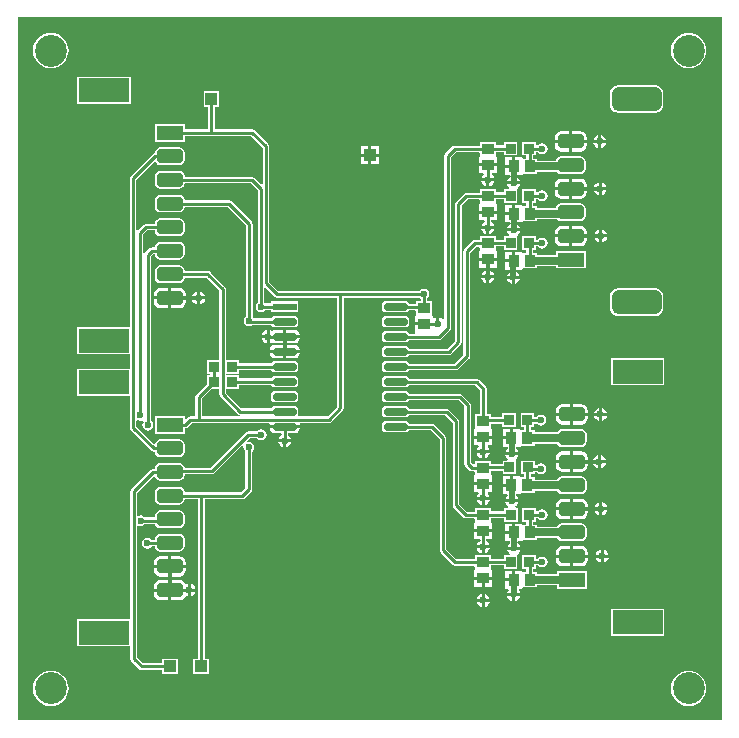
<source format=gtl>
G04*
G04 #@! TF.GenerationSoftware,Altium Limited,Altium Designer,18.1.6 (161)*
G04*
G04 Layer_Physical_Order=1*
G04 Layer_Color=255*
%FSLAX25Y25*%
%MOIN*%
G70*
G01*
G75*
%ADD10C,0.01000*%
G04:AMPARAMS|DCode=14|XSize=23.62mil|YSize=78.74mil|CornerRadius=5.91mil|HoleSize=0mil|Usage=FLASHONLY|Rotation=270.000|XOffset=0mil|YOffset=0mil|HoleType=Round|Shape=RoundedRectangle|*
%AMROUNDEDRECTD14*
21,1,0.02362,0.06693,0,0,270.0*
21,1,0.01181,0.07874,0,0,270.0*
1,1,0.01181,-0.03347,-0.00591*
1,1,0.01181,-0.03347,0.00591*
1,1,0.01181,0.03347,0.00591*
1,1,0.01181,0.03347,-0.00591*
%
%ADD14ROUNDEDRECTD14*%
%ADD15R,0.07874X0.02362*%
%ADD16R,0.03937X0.03543*%
%ADD17R,0.16535X0.07874*%
%ADD18R,0.08661X0.04724*%
G04:AMPARAMS|DCode=19|XSize=47.24mil|YSize=86.61mil|CornerRadius=11.81mil|HoleSize=0mil|Usage=FLASHONLY|Rotation=90.000|XOffset=0mil|YOffset=0mil|HoleType=Round|Shape=RoundedRectangle|*
%AMROUNDEDRECTD19*
21,1,0.04724,0.06299,0,0,90.0*
21,1,0.02362,0.08661,0,0,90.0*
1,1,0.02362,0.03150,0.01181*
1,1,0.02362,0.03150,-0.01181*
1,1,0.02362,-0.03150,-0.01181*
1,1,0.02362,-0.03150,0.01181*
%
%ADD19ROUNDEDRECTD19*%
G04:AMPARAMS|DCode=20|XSize=78.74mil|YSize=165.35mil|CornerRadius=19.68mil|HoleSize=0mil|Usage=FLASHONLY|Rotation=90.000|XOffset=0mil|YOffset=0mil|HoleType=Round|Shape=RoundedRectangle|*
%AMROUNDEDRECTD20*
21,1,0.07874,0.12598,0,0,90.0*
21,1,0.03937,0.16535,0,0,90.0*
1,1,0.03937,0.06299,0.01968*
1,1,0.03937,0.06299,-0.01968*
1,1,0.03937,-0.06299,-0.01968*
1,1,0.03937,-0.06299,0.01968*
%
%ADD20ROUNDEDRECTD20*%
%ADD21R,0.03347X0.03347*%
%ADD22R,0.03543X0.03937*%
%ADD35R,0.03937X0.03937*%
%ADD36C,0.02500*%
%ADD37C,0.02000*%
%ADD38C,0.10630*%
%ADD39C,0.02362*%
G36*
X235493Y1122D02*
X728D01*
Y235493D01*
X235493D01*
Y1122D01*
D02*
G37*
%LPC*%
G36*
X224409Y230353D02*
X223250Y230239D01*
X222135Y229901D01*
X221107Y229351D01*
X220207Y228612D01*
X219467Y227712D01*
X218918Y226684D01*
X218580Y225569D01*
X218466Y224410D01*
X218580Y223250D01*
X218918Y222135D01*
X219467Y221107D01*
X220207Y220207D01*
X221107Y219467D01*
X222135Y218918D01*
X223250Y218580D01*
X224409Y218466D01*
X225569Y218580D01*
X226684Y218918D01*
X227712Y219467D01*
X228612Y220207D01*
X229351Y221107D01*
X229901Y222135D01*
X230239Y223250D01*
X230353Y224410D01*
X230239Y225569D01*
X229901Y226684D01*
X229351Y227712D01*
X228612Y228612D01*
X227712Y229351D01*
X226684Y229901D01*
X225569Y230239D01*
X224409Y230353D01*
D02*
G37*
G36*
X11811D02*
X10651Y230239D01*
X9537Y229901D01*
X8509Y229351D01*
X7608Y228612D01*
X6869Y227712D01*
X6320Y226684D01*
X5982Y225569D01*
X5867Y224410D01*
X5982Y223250D01*
X6320Y222135D01*
X6869Y221107D01*
X7608Y220207D01*
X8509Y219467D01*
X9537Y218918D01*
X10651Y218580D01*
X11811Y218466D01*
X12970Y218580D01*
X14085Y218918D01*
X15113Y219467D01*
X16014Y220207D01*
X16753Y221107D01*
X17302Y222135D01*
X17640Y223250D01*
X17755Y224410D01*
X17640Y225569D01*
X17302Y226684D01*
X16753Y227712D01*
X16014Y228612D01*
X15113Y229351D01*
X14085Y229901D01*
X12970Y230239D01*
X11811Y230353D01*
D02*
G37*
G36*
X38376Y215757D02*
X20640D01*
Y206683D01*
X38376D01*
Y215757D01*
D02*
G37*
G36*
X213386Y212827D02*
X200787D01*
X200117Y212739D01*
X199492Y212480D01*
X198956Y212068D01*
X198544Y211532D01*
X198285Y210907D01*
X198197Y210236D01*
Y206299D01*
X198285Y205629D01*
X198544Y205004D01*
X198956Y204467D01*
X199492Y204056D01*
X200117Y203797D01*
X200787Y203709D01*
X213386D01*
X214056Y203797D01*
X214681Y204056D01*
X215218Y204467D01*
X215629Y205004D01*
X215888Y205629D01*
X215977Y206299D01*
Y210236D01*
X215888Y210907D01*
X215629Y211532D01*
X215218Y212068D01*
X214681Y212480D01*
X214056Y212739D01*
X213386Y212827D01*
D02*
G37*
G36*
X67923Y210836D02*
X62786D01*
Y205699D01*
X64233D01*
Y198169D01*
X56407D01*
Y200009D01*
X46546D01*
Y194085D01*
X56407D01*
Y195926D01*
X65349D01*
X65354Y195925D01*
X65354Y195925D01*
X78533D01*
X82368Y192089D01*
Y180009D01*
X81906Y179818D01*
X79632Y182092D01*
X79268Y182335D01*
X78839Y182421D01*
X78838Y182421D01*
X56442D01*
Y182480D01*
X56304Y183175D01*
X55910Y183764D01*
X55321Y184158D01*
X54626Y184296D01*
X48327D01*
X47632Y184158D01*
X47043Y183764D01*
X46649Y183175D01*
X46511Y182480D01*
Y180118D01*
X46649Y179423D01*
X47043Y178834D01*
X47632Y178440D01*
X48327Y178302D01*
X54626D01*
X55321Y178440D01*
X55910Y178834D01*
X56304Y179423D01*
X56442Y180118D01*
Y180178D01*
X78374D01*
X80768Y177784D01*
Y140369D01*
X80606Y140261D01*
X80212Y139671D01*
X80074Y138976D01*
X80212Y138281D01*
X80606Y137692D01*
X81195Y137299D01*
X81890Y137160D01*
X82585Y137299D01*
X83174Y137692D01*
X83348Y137953D01*
X85227D01*
Y137294D01*
X94301D01*
Y140856D01*
X85227D01*
Y140196D01*
X83217D01*
X83174Y140261D01*
X83011Y140369D01*
Y145163D01*
X83473Y145354D01*
X86412Y142416D01*
X86412Y142416D01*
X86775Y142173D01*
X87205Y142087D01*
X87205Y142087D01*
X107146D01*
Y105583D01*
X104041Y102478D01*
X94471D01*
X94204Y102978D01*
X94232Y103020D01*
X94324Y103484D01*
Y104665D01*
X94232Y105130D01*
X93969Y105524D01*
X93575Y105787D01*
X93110Y105879D01*
X86417D01*
X85953Y105787D01*
X85559Y105524D01*
X85340Y105196D01*
X75327D01*
X70216Y110307D01*
Y111605D01*
X74419D01*
Y112953D01*
X85340D01*
X85559Y112626D01*
X85953Y112363D01*
X86417Y112270D01*
X93110D01*
X93575Y112363D01*
X93969Y112626D01*
X94232Y113020D01*
X94324Y113484D01*
Y114665D01*
X94232Y115130D01*
X93969Y115524D01*
X93575Y115787D01*
X93110Y115879D01*
X86417D01*
X85953Y115787D01*
X85559Y115524D01*
X85340Y115196D01*
X74419D01*
Y116151D01*
X70216D01*
Y116723D01*
X74419D01*
Y117953D01*
X85340D01*
X85559Y117626D01*
X85953Y117363D01*
X86417Y117270D01*
X93110D01*
X93575Y117363D01*
X93969Y117626D01*
X94232Y118020D01*
X94324Y118484D01*
Y119665D01*
X94232Y120130D01*
X93969Y120524D01*
X93575Y120787D01*
X93110Y120879D01*
X86417D01*
X85953Y120787D01*
X85559Y120524D01*
X85340Y120196D01*
X74419D01*
Y121269D01*
X70216D01*
Y144882D01*
X70216Y144882D01*
X70131Y145311D01*
X69888Y145675D01*
X69888Y145675D01*
X65263Y150300D01*
X65065Y150596D01*
X64701Y150839D01*
X64272Y150925D01*
X56442D01*
Y150984D01*
X56304Y151679D01*
X55910Y152268D01*
X55321Y152662D01*
X54626Y152800D01*
X48327D01*
X47632Y152662D01*
X47043Y152268D01*
X46649Y151679D01*
X46511Y150984D01*
Y148622D01*
X46649Y147927D01*
X47043Y147338D01*
X47632Y146944D01*
X48327Y146806D01*
X54626D01*
X55321Y146944D01*
X55910Y147338D01*
X56304Y147927D01*
X56442Y148622D01*
Y148682D01*
X63709D01*
X67973Y144417D01*
Y121269D01*
X63770D01*
Y116723D01*
X64922D01*
Y116151D01*
X63770D01*
Y113191D01*
X60231Y109651D01*
X59987Y109288D01*
X59902Y108858D01*
X59902Y108858D01*
Y102478D01*
X58268D01*
X58268Y102478D01*
X57838Y102392D01*
X57475Y102149D01*
X57475Y102149D01*
X56869Y101543D01*
X56407Y101735D01*
Y102667D01*
X46546D01*
Y96743D01*
X56407D01*
Y98168D01*
X56617Y98583D01*
X57046Y98669D01*
X57410Y98912D01*
X58732Y100234D01*
X60805D01*
X60805Y100234D01*
X60805Y100234D01*
X84515D01*
X84832Y99848D01*
X84796Y99665D01*
Y99575D01*
X89764D01*
X94732D01*
Y99665D01*
X94696Y99848D01*
X95013Y100234D01*
X104505D01*
X104506Y100234D01*
X104935Y100320D01*
X105299Y100563D01*
X109061Y104325D01*
X109061Y104325D01*
X109304Y104689D01*
X109389Y105118D01*
Y142087D01*
X134729D01*
X134838Y141925D01*
X135099Y141750D01*
Y140954D01*
X133652D01*
Y140019D01*
X131262D01*
X131240Y140130D01*
X130976Y140524D01*
X130583Y140787D01*
X130118Y140879D01*
X123425D01*
X122961Y140787D01*
X122567Y140524D01*
X122304Y140130D01*
X122211Y139665D01*
Y138484D01*
X122304Y138020D01*
X122567Y137626D01*
X122961Y137363D01*
X123425Y137270D01*
X130118D01*
X130583Y137363D01*
X130976Y137626D01*
X131077Y137776D01*
X133298D01*
X133652Y137423D01*
X133652Y136281D01*
X133252Y136039D01*
X133252Y135970D01*
X133252Y135970D01*
Y133768D01*
X136221D01*
Y132768D01*
X133252D01*
Y130496D01*
X133252D01*
X133196Y130019D01*
X131262D01*
X131240Y130130D01*
X130976Y130524D01*
X130583Y130787D01*
X130118Y130879D01*
X123425D01*
X122961Y130787D01*
X122567Y130524D01*
X122304Y130130D01*
X122211Y129665D01*
Y128484D01*
X122304Y128020D01*
X122567Y127626D01*
X122961Y127363D01*
X123425Y127270D01*
X130118D01*
X130583Y127363D01*
X130976Y127626D01*
X131077Y127776D01*
X141102D01*
X141102Y127776D01*
X141532Y127861D01*
X141895Y128105D01*
X144887Y131097D01*
X145131Y131461D01*
X145216Y131890D01*
X145216Y131890D01*
Y188906D01*
X146823Y190512D01*
X154558D01*
X154912Y190159D01*
X154912Y189332D01*
X154512Y189091D01*
X154512Y189021D01*
X154512Y189021D01*
Y186819D01*
X160449D01*
Y189021D01*
X160449Y189021D01*
Y189091D01*
X160049Y189332D01*
X160049Y189591D01*
Y190611D01*
X162786D01*
Y189459D01*
X167332D01*
Y194006D01*
X162786D01*
Y192854D01*
X160049D01*
Y194006D01*
X154912D01*
Y192755D01*
X146358D01*
X145929Y192670D01*
X145565Y192427D01*
X145565Y192427D01*
X143301Y190163D01*
X143058Y189799D01*
X142973Y189370D01*
X142973Y189370D01*
Y134911D01*
X142473Y134759D01*
X142419Y134840D01*
X141698Y135322D01*
X141346Y135392D01*
Y133268D01*
X140346D01*
Y135392D01*
X139995Y135322D01*
X139689Y135117D01*
X139189Y135385D01*
Y135970D01*
X139189Y135970D01*
Y136039D01*
X138789Y136281D01*
X138789Y136539D01*
Y140954D01*
X137342D01*
Y141882D01*
X137406Y141925D01*
X137800Y142514D01*
X137938Y143209D01*
X137800Y143904D01*
X137406Y144493D01*
X136817Y144886D01*
X136122Y145025D01*
X135427Y144886D01*
X134838Y144493D01*
X134729Y144330D01*
X108071D01*
X108071Y144330D01*
X108071Y144330D01*
X87669D01*
X84611Y147388D01*
Y192554D01*
X84526Y192983D01*
X84283Y193347D01*
X84283Y193347D01*
X79791Y197839D01*
X79427Y198082D01*
X78998Y198168D01*
X78997Y198168D01*
X66476D01*
Y205699D01*
X67923D01*
Y210836D01*
D02*
G37*
G36*
X188268Y197499D02*
X185618D01*
Y194595D01*
X190491D01*
Y195276D01*
X190322Y196127D01*
X189840Y196848D01*
X189119Y197330D01*
X188268Y197499D01*
D02*
G37*
G36*
X195283Y196219D02*
Y194595D01*
X196908D01*
X196838Y194946D01*
X196356Y195667D01*
X195634Y196149D01*
X195283Y196219D01*
D02*
G37*
G36*
X194283D02*
X193932Y196149D01*
X193211Y195667D01*
X192729Y194946D01*
X192659Y194595D01*
X194283D01*
Y196219D01*
D02*
G37*
G36*
X184618Y197499D02*
X181968D01*
X181117Y197330D01*
X180396Y196848D01*
X179914Y196127D01*
X179745Y195276D01*
Y194595D01*
X184618D01*
Y197499D01*
D02*
G37*
G36*
X196908Y193595D02*
X195283D01*
Y191970D01*
X195634Y192040D01*
X196356Y192522D01*
X196838Y193244D01*
X196908Y193595D01*
D02*
G37*
G36*
X194283D02*
X192659D01*
X192729Y193244D01*
X193211Y192522D01*
X193932Y192040D01*
X194283Y191970D01*
Y193595D01*
D02*
G37*
G36*
X190491D02*
X185618D01*
Y190690D01*
X188268D01*
X189119Y190859D01*
X189840Y191341D01*
X190322Y192062D01*
X190491Y192913D01*
Y193595D01*
D02*
G37*
G36*
X184618D02*
X179745D01*
Y192913D01*
X179914Y192062D01*
X180396Y191341D01*
X181117Y190859D01*
X181968Y190690D01*
X184618D01*
Y193595D01*
D02*
G37*
G36*
X121079Y192559D02*
X118610D01*
Y190091D01*
X121079D01*
Y192559D01*
D02*
G37*
G36*
X117610D02*
X115142D01*
Y190091D01*
X117610D01*
Y192559D01*
D02*
G37*
G36*
X173435Y194006D02*
X168888D01*
Y189459D01*
X170237D01*
Y188749D01*
X169883Y188395D01*
X169056Y188395D01*
X168815Y188795D01*
X168745Y188795D01*
X168745Y188795D01*
X166543D01*
Y185827D01*
X166043D01*
Y185327D01*
X163272D01*
Y182858D01*
X164876D01*
X165028Y182358D01*
X164471Y181986D01*
X163989Y181264D01*
X163919Y180913D01*
X168168D01*
X168098Y181264D01*
X167616Y181986D01*
X167059Y182358D01*
X167210Y182858D01*
X168745D01*
X168745Y182858D01*
X168815D01*
X169056Y183258D01*
X169315Y183258D01*
X173730D01*
Y183940D01*
X180561D01*
X180684Y183755D01*
X181273Y183362D01*
X181968Y183223D01*
X188268D01*
X188963Y183362D01*
X189552Y183755D01*
X189945Y184344D01*
X190084Y185039D01*
Y187402D01*
X189945Y188096D01*
X189552Y188686D01*
X188963Y189079D01*
X188268Y189218D01*
X181968D01*
X181273Y189079D01*
X180684Y188686D01*
X180291Y188096D01*
X180215Y187713D01*
X173730D01*
Y188395D01*
X172480D01*
Y189459D01*
X173435D01*
Y190611D01*
X174198D01*
X174306Y190448D01*
X174896Y190055D01*
X175591Y189916D01*
X176286Y190055D01*
X176875Y190448D01*
X177268Y191037D01*
X177407Y191732D01*
X177268Y192427D01*
X176875Y193016D01*
X176286Y193410D01*
X175591Y193548D01*
X174896Y193410D01*
X174306Y193016D01*
X174198Y192854D01*
X173435D01*
Y194006D01*
D02*
G37*
G36*
X121079Y189091D02*
X118610D01*
Y186622D01*
X121079D01*
Y189091D01*
D02*
G37*
G36*
X117610D02*
X115142D01*
Y186622D01*
X117610D01*
Y189091D01*
D02*
G37*
G36*
X165543Y188795D02*
X163272D01*
Y186327D01*
X165543D01*
Y188795D01*
D02*
G37*
G36*
X54626Y192170D02*
X48327D01*
X47632Y192032D01*
X47043Y191638D01*
X46649Y191049D01*
X46511Y190354D01*
Y190286D01*
X46126Y190209D01*
X45762Y189966D01*
X45762Y189966D01*
X38380Y182584D01*
X38137Y182221D01*
X38052Y181791D01*
X38052Y181791D01*
Y132293D01*
X20640D01*
Y123219D01*
X38052D01*
Y118415D01*
X20640D01*
Y109341D01*
X38052D01*
Y98721D01*
X38052Y98721D01*
X38137Y98291D01*
X38380Y97927D01*
X45270Y91038D01*
X45270Y91038D01*
X45634Y90795D01*
X46063Y90709D01*
X46511D01*
Y90650D01*
X46649Y89955D01*
X47043Y89366D01*
X47632Y88972D01*
X48327Y88834D01*
X54626D01*
X55321Y88972D01*
X55910Y89366D01*
X56304Y89955D01*
X56442Y90650D01*
Y93012D01*
X56304Y93707D01*
X55910Y94296D01*
X55321Y94690D01*
X54626Y94828D01*
X48327D01*
X47632Y94690D01*
X47043Y94296D01*
X46649Y93707D01*
X46621Y93566D01*
X46078Y93401D01*
X40295Y99185D01*
Y101011D01*
X40736Y101247D01*
X40841Y101177D01*
X41535Y101038D01*
X42185Y101168D01*
X42287Y101140D01*
X42688Y100881D01*
X42712Y100644D01*
X42417Y100203D01*
X42279Y99508D01*
X42417Y98813D01*
X42810Y98224D01*
X43400Y97830D01*
X44094Y97692D01*
X44789Y97830D01*
X45379Y98224D01*
X45772Y98813D01*
X45911Y99508D01*
X45772Y100203D01*
X45379Y100792D01*
X45216Y100901D01*
Y155835D01*
X45937Y156556D01*
X46511D01*
Y156496D01*
X46649Y155801D01*
X47043Y155212D01*
X47632Y154818D01*
X48327Y154680D01*
X54626D01*
X55321Y154818D01*
X55910Y155212D01*
X56304Y155801D01*
X56442Y156496D01*
Y158858D01*
X56304Y159553D01*
X55910Y160142D01*
X55321Y160536D01*
X54626Y160674D01*
X48327D01*
X47632Y160536D01*
X47043Y160142D01*
X46649Y159553D01*
X46511Y158858D01*
Y158799D01*
X45472D01*
X45472Y158799D01*
X45043Y158713D01*
X44679Y158470D01*
X44679Y158470D01*
X43301Y157092D01*
X43157Y156876D01*
X42657Y157028D01*
Y163118D01*
X43968Y164430D01*
X46511D01*
Y164370D01*
X46649Y163675D01*
X47043Y163086D01*
X47632Y162692D01*
X48327Y162554D01*
X54626D01*
X55321Y162692D01*
X55910Y163086D01*
X56304Y163675D01*
X56442Y164370D01*
Y166732D01*
X56304Y167427D01*
X55910Y168016D01*
X55321Y168410D01*
X54626Y168548D01*
X48327D01*
X47632Y168410D01*
X47043Y168016D01*
X46649Y167427D01*
X46511Y166732D01*
Y166673D01*
X43504D01*
X43504Y166673D01*
X43075Y166587D01*
X42711Y166344D01*
X42711Y166344D01*
X40795Y164428D01*
X40578Y164460D01*
X40295Y164606D01*
Y181327D01*
X46192Y187224D01*
X46779Y187103D01*
X47043Y186708D01*
X47632Y186314D01*
X48327Y186176D01*
X54626D01*
X55321Y186314D01*
X55910Y186708D01*
X56304Y187297D01*
X56442Y187992D01*
Y190354D01*
X56304Y191049D01*
X55910Y191638D01*
X55321Y192032D01*
X54626Y192170D01*
D02*
G37*
G36*
X160449Y185819D02*
X154512D01*
Y183547D01*
X156019D01*
X156170Y183047D01*
X155908Y182872D01*
X155426Y182150D01*
X155356Y181799D01*
X159605D01*
X159535Y182150D01*
X159053Y182872D01*
X158790Y183047D01*
X158942Y183547D01*
X160449D01*
Y185819D01*
D02*
G37*
G36*
X159605Y180799D02*
X157980D01*
Y179175D01*
X158331Y179245D01*
X159053Y179727D01*
X159535Y180448D01*
X159605Y180799D01*
D02*
G37*
G36*
X156980D02*
X155356D01*
X155426Y180448D01*
X155908Y179727D01*
X156629Y179245D01*
X156980Y179175D01*
Y180799D01*
D02*
G37*
G36*
X188268Y181751D02*
X185618D01*
Y178847D01*
X190491D01*
Y179528D01*
X190322Y180379D01*
X189840Y181100D01*
X189119Y181582D01*
X188268Y181751D01*
D02*
G37*
G36*
X184618D02*
X181968D01*
X181117Y181582D01*
X180396Y181100D01*
X179914Y180379D01*
X179745Y179528D01*
Y178847D01*
X184618D01*
Y181751D01*
D02*
G37*
G36*
X195382Y180471D02*
Y178847D01*
X197006D01*
X196936Y179198D01*
X196454Y179919D01*
X195733Y180401D01*
X195382Y180471D01*
D02*
G37*
G36*
X194382D02*
X194031Y180401D01*
X193309Y179919D01*
X192827Y179198D01*
X192757Y178847D01*
X194382D01*
Y180471D01*
D02*
G37*
G36*
X168168Y179913D02*
X163919D01*
X163989Y179562D01*
X164471Y178841D01*
X164596Y178758D01*
X164444Y178258D01*
X162786D01*
Y177106D01*
X160049D01*
Y178258D01*
X154912D01*
Y177007D01*
X150295D01*
X149866Y176922D01*
X149502Y176679D01*
X149502Y176679D01*
X146845Y174021D01*
X146602Y173658D01*
X146516Y173228D01*
X146516Y173228D01*
Y127630D01*
X143905Y125019D01*
X131262D01*
X131240Y125130D01*
X130976Y125524D01*
X130583Y125787D01*
X130118Y125879D01*
X123425D01*
X122961Y125787D01*
X122567Y125524D01*
X122304Y125130D01*
X122211Y124665D01*
Y123484D01*
X122304Y123020D01*
X122567Y122626D01*
X122961Y122363D01*
X123425Y122270D01*
X130118D01*
X130583Y122363D01*
X130976Y122626D01*
X131077Y122776D01*
X144370D01*
X144370Y122776D01*
X144799Y122862D01*
X145163Y123105D01*
X148431Y126372D01*
X148674Y126736D01*
X148759Y127165D01*
X148759Y127165D01*
Y172764D01*
X150760Y174764D01*
X154558D01*
X154912Y174411D01*
X154912Y173584D01*
X154512Y173343D01*
X154512Y173273D01*
X154512Y173273D01*
Y171071D01*
X160449D01*
Y173273D01*
X160449Y173273D01*
Y173343D01*
X160049Y173584D01*
X160049Y173843D01*
Y174863D01*
X162786D01*
Y173711D01*
X167332D01*
Y178258D01*
X167332Y178258D01*
X167332D01*
X167449Y178730D01*
X167616Y178841D01*
X168098Y179562D01*
X168168Y179913D01*
D02*
G37*
G36*
X197006Y177847D02*
X195382D01*
Y176222D01*
X195733Y176292D01*
X196454Y176774D01*
X196936Y177496D01*
X197006Y177847D01*
D02*
G37*
G36*
X194382D02*
X192757D01*
X192827Y177496D01*
X193309Y176774D01*
X194031Y176292D01*
X194382Y176222D01*
Y177847D01*
D02*
G37*
G36*
X190491Y177847D02*
X185618D01*
Y174942D01*
X188268D01*
X189119Y175111D01*
X189840Y175593D01*
X190322Y176314D01*
X190491Y177165D01*
Y177847D01*
D02*
G37*
G36*
X184618D02*
X179745D01*
Y177165D01*
X179914Y176314D01*
X180396Y175593D01*
X181117Y175111D01*
X181968Y174942D01*
X184618D01*
Y177847D01*
D02*
G37*
G36*
X173435Y178258D02*
X168888D01*
Y173711D01*
X170237D01*
Y173001D01*
X169883Y172647D01*
X169056Y172647D01*
X168815Y173047D01*
X168745Y173047D01*
X168745Y173047D01*
X166543D01*
Y170079D01*
X166043D01*
Y169579D01*
X163272D01*
Y167110D01*
X164876D01*
X165028Y166610D01*
X164471Y166238D01*
X163989Y165516D01*
X163919Y165165D01*
X168168D01*
X168098Y165516D01*
X167616Y166238D01*
X167059Y166610D01*
X167210Y167110D01*
X168745D01*
X168745Y167110D01*
X168815D01*
X169056Y167510D01*
X169315Y167510D01*
X173730D01*
Y168193D01*
X180561D01*
X180684Y168007D01*
X181273Y167614D01*
X181968Y167475D01*
X188268D01*
X188963Y167614D01*
X189552Y168007D01*
X189945Y168596D01*
X190084Y169291D01*
Y171653D01*
X189945Y172348D01*
X189552Y172938D01*
X188963Y173331D01*
X188268Y173469D01*
X181968D01*
X181273Y173331D01*
X180684Y172938D01*
X180291Y172348D01*
X180215Y171965D01*
X173730D01*
Y172647D01*
X172480D01*
Y173711D01*
X173435D01*
Y174863D01*
X174198D01*
X174306Y174700D01*
X174896Y174306D01*
X175591Y174168D01*
X176286Y174306D01*
X176875Y174700D01*
X177268Y175289D01*
X177407Y175984D01*
X177268Y176679D01*
X176875Y177268D01*
X176286Y177662D01*
X175591Y177800D01*
X174896Y177662D01*
X174306Y177268D01*
X174198Y177106D01*
X173435D01*
Y178258D01*
D02*
G37*
G36*
X165543Y173047D02*
X163272D01*
Y170579D01*
X165543D01*
Y173047D01*
D02*
G37*
G36*
X160449Y170071D02*
X154512D01*
Y167799D01*
X156314D01*
X156465Y167299D01*
X155908Y166927D01*
X155426Y166205D01*
X155356Y165854D01*
X159605D01*
X159535Y166205D01*
X159053Y166927D01*
X158495Y167299D01*
X158647Y167799D01*
X160449D01*
Y170071D01*
D02*
G37*
G36*
X159605Y164854D02*
X157980D01*
Y163230D01*
X158331Y163300D01*
X159053Y163782D01*
X159535Y164503D01*
X159605Y164854D01*
D02*
G37*
G36*
X156980D02*
X155356D01*
X155426Y164503D01*
X155908Y163782D01*
X156629Y163300D01*
X156980Y163230D01*
Y164854D01*
D02*
G37*
G36*
X188268Y166003D02*
X185618D01*
Y163098D01*
X190491D01*
Y163779D01*
X190322Y164631D01*
X189840Y165352D01*
X189119Y165834D01*
X188268Y166003D01*
D02*
G37*
G36*
X195579Y164723D02*
Y163098D01*
X197203D01*
X197133Y163450D01*
X196651Y164171D01*
X195930Y164653D01*
X195579Y164723D01*
D02*
G37*
G36*
X194579D02*
X194228Y164653D01*
X193506Y164171D01*
X193024Y163450D01*
X192954Y163098D01*
X194579D01*
Y164723D01*
D02*
G37*
G36*
X184618Y166003D02*
X181968D01*
X181117Y165834D01*
X180396Y165352D01*
X179914Y164631D01*
X179745Y163779D01*
Y163098D01*
X184618D01*
Y166003D01*
D02*
G37*
G36*
X168168Y164165D02*
X163919D01*
X163989Y163814D01*
X164471Y163093D01*
X164596Y163010D01*
X164444Y162510D01*
X162786D01*
Y161358D01*
X160049D01*
Y162510D01*
X154912D01*
Y161259D01*
X153051D01*
X152622Y161174D01*
X152258Y160931D01*
X152258Y160931D01*
X149601Y158273D01*
X149357Y157910D01*
X149272Y157480D01*
X149272Y157480D01*
Y122906D01*
X146386Y120019D01*
X131262D01*
X131240Y120130D01*
X130976Y120524D01*
X130583Y120787D01*
X130118Y120879D01*
X123425D01*
X122961Y120787D01*
X122567Y120524D01*
X122304Y120130D01*
X122211Y119665D01*
Y118484D01*
X122304Y118020D01*
X122567Y117626D01*
X122961Y117363D01*
X123425Y117270D01*
X130118D01*
X130583Y117363D01*
X130976Y117626D01*
X131077Y117776D01*
X146850D01*
X146850Y117776D01*
X147280Y117861D01*
X147643Y118105D01*
X151187Y121648D01*
X151187Y121648D01*
X151430Y122012D01*
X151515Y122441D01*
X151515Y122441D01*
Y157016D01*
X153516Y159016D01*
X154558D01*
X154912Y158663D01*
X154912Y157836D01*
X154512Y157595D01*
X154512Y157525D01*
X154512Y157525D01*
Y155323D01*
X160449D01*
Y157525D01*
X160449Y157525D01*
Y157595D01*
X160049Y157836D01*
X160049Y158095D01*
Y159115D01*
X162786D01*
Y157963D01*
X167332D01*
Y162509D01*
X167332Y162509D01*
X167332D01*
X167449Y162982D01*
X167616Y163093D01*
X168098Y163814D01*
X168168Y164165D01*
D02*
G37*
G36*
X197203Y162098D02*
X195579D01*
Y160474D01*
X195930Y160544D01*
X196651Y161026D01*
X197133Y161747D01*
X197203Y162098D01*
D02*
G37*
G36*
X194579D02*
X192954D01*
X193024Y161747D01*
X193506Y161026D01*
X194228Y160544D01*
X194579Y160474D01*
Y162098D01*
D02*
G37*
G36*
X190491D02*
X185618D01*
Y159194D01*
X188268D01*
X189119Y159363D01*
X189840Y159845D01*
X190322Y160566D01*
X190491Y161417D01*
Y162098D01*
D02*
G37*
G36*
X184618D02*
X179745D01*
Y161417D01*
X179914Y160566D01*
X180396Y159845D01*
X181117Y159363D01*
X181968Y159194D01*
X184618D01*
Y162098D01*
D02*
G37*
G36*
X173435Y162510D02*
X168888D01*
Y157963D01*
X170237D01*
Y157253D01*
X169883Y156899D01*
X169056Y156899D01*
X168815Y157299D01*
X168745Y157299D01*
X168745Y157299D01*
X166543D01*
Y154331D01*
X166043D01*
Y153831D01*
X163272D01*
Y151362D01*
X164994D01*
X165087Y150908D01*
X165077Y150862D01*
X164372Y150391D01*
X163890Y149670D01*
X163821Y149319D01*
X168069D01*
X167999Y149670D01*
X167517Y150391D01*
X166813Y150862D01*
X166803Y150908D01*
X166896Y151362D01*
X168745D01*
X168745Y151362D01*
X168815D01*
X169056Y151762D01*
X169315Y151762D01*
X173730D01*
Y152445D01*
X180187D01*
Y151762D01*
X190049D01*
Y157687D01*
X180187D01*
Y156217D01*
X173730D01*
Y156899D01*
X172480D01*
Y157963D01*
X173435D01*
Y159115D01*
X174198D01*
X174306Y158952D01*
X174896Y158558D01*
X175591Y158420D01*
X176286Y158558D01*
X176875Y158952D01*
X177268Y159541D01*
X177407Y160236D01*
X177268Y160931D01*
X176875Y161520D01*
X176286Y161914D01*
X175591Y162052D01*
X174896Y161914D01*
X174306Y161520D01*
X174198Y161358D01*
X173435D01*
Y162510D01*
D02*
G37*
G36*
X165543Y157299D02*
X163272D01*
Y154831D01*
X165543D01*
Y157299D01*
D02*
G37*
G36*
X160449Y154323D02*
X157980D01*
Y152051D01*
X160449D01*
Y154323D01*
D02*
G37*
G36*
X156980D02*
X154512D01*
Y152051D01*
X156980D01*
Y154323D01*
D02*
G37*
G36*
X157980Y151140D02*
Y149516D01*
X159605D01*
X159535Y149867D01*
X159053Y150588D01*
X158331Y151070D01*
X157980Y151140D01*
D02*
G37*
G36*
X156980D02*
X156629Y151070D01*
X155908Y150588D01*
X155426Y149867D01*
X155356Y149516D01*
X156980D01*
Y151140D01*
D02*
G37*
G36*
X159605Y148516D02*
X157980D01*
Y146891D01*
X158331Y146961D01*
X159053Y147443D01*
X159535Y148165D01*
X159605Y148516D01*
D02*
G37*
G36*
X156980D02*
X155356D01*
X155426Y148165D01*
X155908Y147443D01*
X156629Y146961D01*
X156980Y146891D01*
Y148516D01*
D02*
G37*
G36*
X168069Y148319D02*
X166445D01*
Y146695D01*
X166796Y146764D01*
X167517Y147246D01*
X167999Y147968D01*
X168069Y148319D01*
D02*
G37*
G36*
X165445D02*
X163821D01*
X163890Y147968D01*
X164372Y147246D01*
X165094Y146764D01*
X165445Y146695D01*
Y148319D01*
D02*
G37*
G36*
X54626Y145334D02*
X51976D01*
Y142429D01*
X56850D01*
Y143110D01*
X56681Y143961D01*
X56199Y144683D01*
X55477Y145165D01*
X54626Y145334D01*
D02*
G37*
G36*
X61524Y144053D02*
Y142429D01*
X63148D01*
X63078Y142780D01*
X62596Y143502D01*
X61875Y143984D01*
X61524Y144053D01*
D02*
G37*
G36*
X60524D02*
X60173Y143984D01*
X59451Y143502D01*
X58969Y142780D01*
X58899Y142429D01*
X60524D01*
Y144053D01*
D02*
G37*
G36*
X50976Y145334D02*
X48327D01*
X47476Y145165D01*
X46754Y144683D01*
X46272Y143961D01*
X46103Y143110D01*
Y142429D01*
X50976D01*
Y145334D01*
D02*
G37*
G36*
X63148Y141429D02*
X61524D01*
Y139805D01*
X61875Y139875D01*
X62596Y140357D01*
X63078Y141078D01*
X63148Y141429D01*
D02*
G37*
G36*
X60524D02*
X58899D01*
X58969Y141078D01*
X59451Y140357D01*
X60173Y139875D01*
X60524Y139805D01*
Y141429D01*
D02*
G37*
G36*
X56850D02*
X51976D01*
Y138524D01*
X54626D01*
X55477Y138693D01*
X56199Y139175D01*
X56681Y139897D01*
X56850Y140748D01*
Y141429D01*
D02*
G37*
G36*
X50976D02*
X46103D01*
Y140748D01*
X46272Y139897D01*
X46754Y139175D01*
X47476Y138693D01*
X48327Y138524D01*
X50976D01*
Y141429D01*
D02*
G37*
G36*
X213386Y145110D02*
X200787D01*
X200117Y145022D01*
X199492Y144763D01*
X198956Y144352D01*
X198544Y143815D01*
X198285Y143190D01*
X198197Y142520D01*
Y138583D01*
X198285Y137912D01*
X198544Y137287D01*
X198956Y136751D01*
X199492Y136339D01*
X200117Y136080D01*
X200787Y135992D01*
X213386D01*
X214056Y136080D01*
X214681Y136339D01*
X215218Y136751D01*
X215629Y137287D01*
X215888Y137912D01*
X215977Y138583D01*
Y142520D01*
X215888Y143190D01*
X215629Y143815D01*
X215218Y144352D01*
X214681Y144763D01*
X214056Y145022D01*
X213386Y145110D01*
D02*
G37*
G36*
X130118Y135879D02*
X123425D01*
X122961Y135787D01*
X122567Y135524D01*
X122304Y135130D01*
X122211Y134665D01*
Y133484D01*
X122304Y133020D01*
X122567Y132626D01*
X122961Y132363D01*
X123425Y132270D01*
X130118D01*
X130583Y132363D01*
X130976Y132626D01*
X131240Y133020D01*
X131332Y133484D01*
Y134665D01*
X131240Y135130D01*
X130976Y135524D01*
X130583Y135787D01*
X130118Y135879D01*
D02*
G37*
G36*
X54626Y176422D02*
X48327D01*
X47632Y176284D01*
X47043Y175890D01*
X46649Y175301D01*
X46511Y174606D01*
Y172244D01*
X46649Y171549D01*
X47043Y170960D01*
X47632Y170566D01*
X48327Y170428D01*
X54626D01*
X55321Y170566D01*
X55910Y170960D01*
X56304Y171549D01*
X56442Y172244D01*
Y172304D01*
X70697D01*
X76831Y166169D01*
Y135645D01*
X76669Y135536D01*
X76275Y134947D01*
X76137Y134252D01*
X76275Y133557D01*
X76669Y132968D01*
X77258Y132574D01*
X77953Y132436D01*
X78648Y132574D01*
X79215Y132953D01*
X85340D01*
X85559Y132626D01*
X85953Y132363D01*
X86417Y132270D01*
X93110D01*
X93575Y132363D01*
X93969Y132626D01*
X94232Y133020D01*
X94324Y133484D01*
Y134665D01*
X94232Y135130D01*
X93969Y135524D01*
X93575Y135787D01*
X93110Y135879D01*
X86417D01*
X85953Y135787D01*
X85559Y135524D01*
X85340Y135196D01*
X79464D01*
X79237Y135536D01*
X79074Y135645D01*
Y166634D01*
X79074Y166634D01*
X78989Y167063D01*
X78746Y167427D01*
X78746Y167427D01*
X71955Y174218D01*
X71591Y174461D01*
X71161Y174547D01*
X71161Y174547D01*
X56442D01*
Y174606D01*
X56304Y175301D01*
X55910Y175890D01*
X55321Y176284D01*
X54626Y176422D01*
D02*
G37*
G36*
X89264Y131287D02*
X86417D01*
X85797Y131164D01*
X85395Y130895D01*
X85044Y131129D01*
X84693Y131199D01*
Y129075D01*
Y126950D01*
X85044Y127020D01*
X85395Y127255D01*
X85797Y126986D01*
X86417Y126863D01*
X89264D01*
Y129075D01*
Y131287D01*
D02*
G37*
G36*
X93110D02*
X90264D01*
Y129575D01*
X94732D01*
Y129665D01*
X94608Y130286D01*
X94257Y130812D01*
X93731Y131164D01*
X93110Y131287D01*
D02*
G37*
G36*
X83693Y131199D02*
X83342Y131129D01*
X82620Y130647D01*
X82138Y129926D01*
X82069Y129575D01*
X83693D01*
Y131199D01*
D02*
G37*
G36*
Y128575D02*
X82069D01*
X82138Y128224D01*
X82620Y127502D01*
X83342Y127020D01*
X83693Y126950D01*
Y128575D01*
D02*
G37*
G36*
X94732D02*
X90264D01*
Y126863D01*
X93110D01*
X93731Y126986D01*
X94257Y127338D01*
X94608Y127864D01*
X94732Y128484D01*
Y128575D01*
D02*
G37*
G36*
X93110Y126287D02*
X90264D01*
Y124575D01*
X94732D01*
Y124665D01*
X94608Y125286D01*
X94257Y125812D01*
X93731Y126164D01*
X93110Y126287D01*
D02*
G37*
G36*
X89264D02*
X86417D01*
X85797Y126164D01*
X85271Y125812D01*
X84919Y125286D01*
X84796Y124665D01*
Y124575D01*
X89264D01*
Y126287D01*
D02*
G37*
G36*
X94732Y123575D02*
X90264D01*
Y121863D01*
X93110D01*
X93731Y121986D01*
X94257Y122337D01*
X94608Y122864D01*
X94732Y123484D01*
Y123575D01*
D02*
G37*
G36*
X89264D02*
X84796D01*
Y123484D01*
X84919Y122864D01*
X85271Y122337D01*
X85797Y121986D01*
X86417Y121863D01*
X89264D01*
Y123575D01*
D02*
G37*
G36*
X216269Y121860D02*
X198534D01*
Y112786D01*
X216269D01*
Y121860D01*
D02*
G37*
G36*
X93110Y110879D02*
X86417D01*
X85953Y110787D01*
X85559Y110524D01*
X85296Y110130D01*
X85203Y109665D01*
Y108484D01*
X85296Y108020D01*
X85559Y107626D01*
X85953Y107363D01*
X86417Y107270D01*
X93110D01*
X93575Y107363D01*
X93969Y107626D01*
X94232Y108020D01*
X94324Y108484D01*
Y109665D01*
X94232Y110130D01*
X93969Y110524D01*
X93575Y110787D01*
X93110Y110879D01*
D02*
G37*
G36*
X188583Y106554D02*
X185933D01*
Y103650D01*
X190806D01*
Y104331D01*
X190637Y105182D01*
X190155Y105903D01*
X189434Y106385D01*
X188583Y106554D01*
D02*
G37*
G36*
X195480Y105274D02*
Y103650D01*
X197105D01*
X197035Y104001D01*
X196553Y104722D01*
X195831Y105204D01*
X195480Y105274D01*
D02*
G37*
G36*
X194480D02*
X194129Y105204D01*
X193408Y104722D01*
X192926Y104001D01*
X192856Y103650D01*
X194480D01*
Y105274D01*
D02*
G37*
G36*
X184933Y106554D02*
X182283D01*
X181432Y106385D01*
X180711Y105903D01*
X180229Y105182D01*
X180060Y104331D01*
Y103650D01*
X184933D01*
Y106554D01*
D02*
G37*
G36*
X197105Y102650D02*
X195480D01*
Y101025D01*
X195831Y101095D01*
X196553Y101577D01*
X197035Y102299D01*
X197105Y102650D01*
D02*
G37*
G36*
X194480D02*
X192856D01*
X192926Y102299D01*
X193408Y101577D01*
X194129Y101095D01*
X194480Y101025D01*
Y102650D01*
D02*
G37*
G36*
X190806D02*
X185933D01*
Y99745D01*
X188583D01*
X189434Y99914D01*
X190155Y100396D01*
X190637Y101118D01*
X190806Y101969D01*
Y102650D01*
D02*
G37*
G36*
X184933D02*
X180060D01*
Y101969D01*
X180229Y101118D01*
X180711Y100396D01*
X181432Y99914D01*
X182283Y99745D01*
X184933D01*
Y102650D01*
D02*
G37*
G36*
X172942Y103454D02*
X168396D01*
Y98908D01*
X169548D01*
Y98198D01*
X169194Y97844D01*
X168367Y97844D01*
X168126Y98244D01*
X168056Y98244D01*
X168056Y98244D01*
X165854D01*
Y95276D01*
X165354D01*
Y94776D01*
X162583D01*
Y92307D01*
X164139D01*
X164290Y91807D01*
X163880Y91533D01*
X163398Y90812D01*
X163328Y90461D01*
X167577D01*
X167507Y90812D01*
X167025Y91533D01*
X166615Y91807D01*
X166767Y92307D01*
X168056D01*
X168056Y92307D01*
X168126D01*
X168367Y92707D01*
X168626Y92707D01*
X173041D01*
Y93389D01*
X180613D01*
X180999Y92810D01*
X181588Y92417D01*
X182283Y92278D01*
X188583D01*
X189278Y92417D01*
X189867Y92810D01*
X190260Y93400D01*
X190399Y94095D01*
Y96457D01*
X190260Y97152D01*
X189867Y97741D01*
X189278Y98134D01*
X188583Y98273D01*
X182283D01*
X181588Y98134D01*
X180999Y97741D01*
X180613Y97162D01*
X173041D01*
Y97844D01*
X171791D01*
Y98908D01*
X172942D01*
Y100060D01*
X173804D01*
X173913Y99897D01*
X174502Y99503D01*
X175197Y99365D01*
X175892Y99503D01*
X176481Y99897D01*
X176875Y100486D01*
X177013Y101181D01*
X176875Y101876D01*
X176481Y102465D01*
X175892Y102859D01*
X175197Y102997D01*
X174502Y102859D01*
X173913Y102465D01*
X173804Y102303D01*
X172942D01*
Y103454D01*
D02*
G37*
G36*
X130118Y115879D02*
X123425D01*
X122961Y115787D01*
X122567Y115524D01*
X122304Y115130D01*
X122211Y114665D01*
Y113484D01*
X122304Y113020D01*
X122567Y112626D01*
X122961Y112363D01*
X123425Y112270D01*
X130118D01*
X130583Y112363D01*
X130976Y112626D01*
X131077Y112776D01*
X153256D01*
X154784Y111248D01*
Y103258D01*
X153337D01*
X153337Y98584D01*
X152937Y98343D01*
X152937Y98273D01*
X152937Y98273D01*
Y96071D01*
X158874D01*
Y98273D01*
X158874Y98273D01*
Y98343D01*
X158474Y98584D01*
X158474Y98843D01*
Y100060D01*
X162294D01*
Y98908D01*
X166840D01*
Y103454D01*
X162294D01*
Y102303D01*
X158474D01*
Y103258D01*
X157027D01*
Y111713D01*
X156942Y112142D01*
X156699Y112506D01*
X156699Y112506D01*
X154514Y114691D01*
X154150Y114934D01*
X153720Y115019D01*
X153720Y115019D01*
X131262D01*
X131240Y115130D01*
X130976Y115524D01*
X130583Y115787D01*
X130118Y115879D01*
D02*
G37*
G36*
X164854Y98244D02*
X162583D01*
Y95776D01*
X164854D01*
Y98244D01*
D02*
G37*
G36*
X94732Y98575D02*
X89764D01*
X84796D01*
Y98484D01*
X84919Y97864D01*
X85271Y97338D01*
X85797Y96986D01*
X86417Y96863D01*
X88648D01*
X88790Y96363D01*
X88191Y95962D01*
X87709Y95241D01*
X87639Y94890D01*
X91888D01*
X91818Y95241D01*
X91336Y95962D01*
X90737Y96363D01*
X90880Y96863D01*
X93110D01*
X93731Y96986D01*
X94257Y97338D01*
X94608Y97864D01*
X94732Y98484D01*
Y98575D01*
D02*
G37*
G36*
X81890Y98174D02*
X81195Y98036D01*
X80606Y97642D01*
X80497Y97480D01*
X77559D01*
X77130Y97395D01*
X76766Y97151D01*
X76766Y97151D01*
X64988Y85374D01*
X56395D01*
X56304Y85833D01*
X55910Y86422D01*
X55321Y86816D01*
X54626Y86954D01*
X48327D01*
X47632Y86816D01*
X47043Y86422D01*
X46649Y85833D01*
X46511Y85138D01*
Y85078D01*
X45965D01*
X45535Y84993D01*
X45171Y84750D01*
X45171Y84750D01*
X38658Y78236D01*
X38415Y77873D01*
X38330Y77443D01*
X38330Y77443D01*
Y34950D01*
X20640D01*
Y25876D01*
X38330D01*
Y21671D01*
X38330Y21671D01*
X38415Y21242D01*
X38658Y20878D01*
X41234Y18302D01*
X41234Y18301D01*
X41598Y18058D01*
X42028Y17973D01*
X42028Y17973D01*
X48908D01*
Y16526D01*
X54045D01*
Y21663D01*
X48908D01*
Y20216D01*
X42492D01*
X40573Y22136D01*
Y65819D01*
X40960Y66026D01*
X41073Y66032D01*
X41732Y65901D01*
X42427Y66039D01*
X43016Y66432D01*
X43125Y66595D01*
X46597D01*
X46649Y66333D01*
X47043Y65743D01*
X47632Y65350D01*
X48327Y65212D01*
X54626D01*
X55321Y65350D01*
X55910Y65743D01*
X56304Y66333D01*
X56442Y67028D01*
Y69390D01*
X56304Y70085D01*
X55910Y70674D01*
X55321Y71068D01*
X54626Y71206D01*
X48327D01*
X47632Y71068D01*
X47043Y70674D01*
X46649Y70085D01*
X46511Y69390D01*
Y68838D01*
X43125D01*
X43016Y69001D01*
X42427Y69394D01*
X41732Y69533D01*
X41073Y69401D01*
X40960Y69407D01*
X40573Y69614D01*
Y76979D01*
X46062Y82468D01*
X46605Y82304D01*
X46649Y82081D01*
X47043Y81492D01*
X47632Y81098D01*
X48327Y80960D01*
X54626D01*
X55321Y81098D01*
X55910Y81492D01*
X56304Y82081D01*
X56442Y82776D01*
Y83130D01*
X65453D01*
X65453Y83130D01*
X65882Y83216D01*
X66246Y83459D01*
X75559Y92772D01*
X76019Y92525D01*
X75940Y92126D01*
X76078Y91431D01*
X76472Y90842D01*
X76634Y90733D01*
Y78614D01*
X75224Y77204D01*
X61909D01*
X61811Y77185D01*
X61713Y77204D01*
X56442D01*
Y77264D01*
X56304Y77959D01*
X55910Y78548D01*
X55321Y78942D01*
X54626Y79080D01*
X48327D01*
X47632Y78942D01*
X47043Y78548D01*
X46649Y77959D01*
X46511Y77264D01*
Y74902D01*
X46649Y74207D01*
X47043Y73618D01*
X47632Y73224D01*
X48327Y73086D01*
X54626D01*
X55321Y73224D01*
X55910Y73618D01*
X56304Y74207D01*
X56442Y74902D01*
Y74961D01*
X60788D01*
Y21663D01*
X59341D01*
Y16526D01*
X64478D01*
Y21663D01*
X63031D01*
Y74961D01*
X75689D01*
X75689Y74961D01*
X76118Y75046D01*
X76482Y75290D01*
X78549Y77356D01*
X78549Y77357D01*
X78792Y77720D01*
X78877Y78150D01*
Y90733D01*
X79040Y90842D01*
X79434Y91431D01*
X79572Y92126D01*
X79434Y92821D01*
X79040Y93410D01*
X78451Y93804D01*
X77756Y93942D01*
X77356Y93863D01*
X77110Y94323D01*
X78024Y95237D01*
X80497D01*
X80606Y95074D01*
X81195Y94681D01*
X81890Y94542D01*
X82585Y94681D01*
X83174Y95074D01*
X83568Y95663D01*
X83706Y96358D01*
X83568Y97053D01*
X83174Y97642D01*
X82585Y98036D01*
X81890Y98174D01*
D02*
G37*
G36*
X91888Y93890D02*
X90264D01*
Y92265D01*
X90615Y92335D01*
X91336Y92817D01*
X91818Y93539D01*
X91888Y93890D01*
D02*
G37*
G36*
X89264D02*
X87639D01*
X87709Y93539D01*
X88191Y92817D01*
X88913Y92335D01*
X89264Y92265D01*
Y93890D01*
D02*
G37*
G36*
X158874Y95071D02*
X152937D01*
Y92799D01*
X154297D01*
X154448Y92299D01*
X154333Y92222D01*
X153851Y91501D01*
X153781Y91150D01*
X158030D01*
X157960Y91501D01*
X157478Y92222D01*
X157363Y92299D01*
X157514Y92799D01*
X158874D01*
Y95071D01*
D02*
G37*
G36*
X158030Y90150D02*
X156405D01*
Y88525D01*
X156756Y88595D01*
X157478Y89077D01*
X157960Y89799D01*
X158030Y90150D01*
D02*
G37*
G36*
X155405D02*
X153781D01*
X153851Y89799D01*
X154333Y89077D01*
X155054Y88595D01*
X155405Y88525D01*
Y90150D01*
D02*
G37*
G36*
X188583Y90807D02*
X185933D01*
Y87902D01*
X190806D01*
Y88583D01*
X190637Y89434D01*
X190155Y90155D01*
X189434Y90637D01*
X188583Y90807D01*
D02*
G37*
G36*
X195185Y89526D02*
Y87902D01*
X196809D01*
X196740Y88253D01*
X196257Y88974D01*
X195536Y89456D01*
X195185Y89526D01*
D02*
G37*
G36*
X194185D02*
X193834Y89456D01*
X193113Y88974D01*
X192631Y88253D01*
X192561Y87902D01*
X194185D01*
Y89526D01*
D02*
G37*
G36*
X184933Y90807D02*
X182283D01*
X181432Y90637D01*
X180711Y90155D01*
X180229Y89434D01*
X180060Y88583D01*
Y87902D01*
X184933D01*
Y90807D01*
D02*
G37*
G36*
X196809Y86902D02*
X195185D01*
Y85277D01*
X195536Y85347D01*
X196257Y85829D01*
X196740Y86551D01*
X196809Y86902D01*
D02*
G37*
G36*
X194185D02*
X192561D01*
X192631Y86551D01*
X193113Y85829D01*
X193834Y85347D01*
X194185Y85277D01*
Y86902D01*
D02*
G37*
G36*
X190806D02*
X185933D01*
Y83997D01*
X188583D01*
X189434Y84166D01*
X190155Y84648D01*
X190637Y85369D01*
X190806Y86221D01*
Y86902D01*
D02*
G37*
G36*
X184933D02*
X180060D01*
Y86221D01*
X180229Y85369D01*
X180711Y84648D01*
X181432Y84166D01*
X182283Y83997D01*
X184933D01*
Y86902D01*
D02*
G37*
G36*
X173041Y87706D02*
X168494D01*
Y83160D01*
X169548D01*
Y82450D01*
X169194Y82096D01*
X168367Y82096D01*
X168126Y82496D01*
X168056Y82496D01*
X168056Y82496D01*
X165854D01*
Y79528D01*
X165354D01*
Y79028D01*
X162583D01*
Y76559D01*
X163991D01*
X164143Y76059D01*
X163880Y75884D01*
X163398Y75162D01*
X163328Y74811D01*
X167577D01*
X167507Y75162D01*
X167025Y75884D01*
X166762Y76059D01*
X166914Y76559D01*
X168056D01*
X168056Y76559D01*
X168126D01*
X168367Y76959D01*
X168626Y76959D01*
X173041D01*
Y77641D01*
X180613D01*
X180999Y77062D01*
X181588Y76669D01*
X182283Y76530D01*
X188583D01*
X189278Y76669D01*
X189867Y77062D01*
X190260Y77652D01*
X190399Y78347D01*
Y80709D01*
X190260Y81404D01*
X189867Y81993D01*
X189278Y82386D01*
X188583Y82525D01*
X182283D01*
X181588Y82386D01*
X180999Y81993D01*
X180613Y81414D01*
X173041D01*
Y82096D01*
X171791D01*
Y83160D01*
X173041D01*
Y83918D01*
X173804D01*
X173913Y83755D01*
X174502Y83362D01*
X175197Y83223D01*
X175892Y83362D01*
X176481Y83755D01*
X176875Y84344D01*
X177013Y85039D01*
X176875Y85734D01*
X176481Y86323D01*
X175892Y86717D01*
X175197Y86855D01*
X174502Y86717D01*
X173913Y86323D01*
X173804Y86161D01*
X173041D01*
Y87706D01*
D02*
G37*
G36*
X130118Y110879D02*
X123425D01*
X122961Y110787D01*
X122567Y110524D01*
X122304Y110130D01*
X122211Y109665D01*
Y108484D01*
X122304Y108020D01*
X122567Y107626D01*
X122961Y107363D01*
X123425Y107270D01*
X130118D01*
X130583Y107363D01*
X130976Y107626D01*
X131077Y107776D01*
X147724D01*
X149666Y105835D01*
Y86614D01*
X149666Y86614D01*
X149751Y86185D01*
X149994Y85821D01*
X151274Y84542D01*
X151274Y84542D01*
X151638Y84298D01*
X152067Y84213D01*
X152983D01*
X153337Y83860D01*
X153337Y83033D01*
X152937Y82791D01*
X152937Y82722D01*
X152937Y82722D01*
Y80520D01*
X158874D01*
Y82722D01*
X158874Y82722D01*
Y82791D01*
X158474Y83033D01*
X158474Y83291D01*
Y84311D01*
X162392D01*
Y83160D01*
X166939D01*
Y87706D01*
X166905D01*
X166753Y88206D01*
X167025Y88388D01*
X167507Y89110D01*
X167577Y89461D01*
X163328D01*
X163398Y89110D01*
X163880Y88388D01*
X164152Y88206D01*
X164001Y87706D01*
X162392D01*
Y86555D01*
X158474D01*
Y87706D01*
X153337D01*
Y86456D01*
X152532D01*
X151909Y87079D01*
Y106299D01*
X151824Y106728D01*
X151580Y107092D01*
X151580Y107092D01*
X148982Y109691D01*
X148618Y109934D01*
X148189Y110019D01*
X148189Y110019D01*
X131262D01*
X131240Y110130D01*
X130976Y110524D01*
X130583Y110787D01*
X130118Y110879D01*
D02*
G37*
G36*
X164854Y82496D02*
X162583D01*
Y80028D01*
X164854D01*
Y82496D01*
D02*
G37*
G36*
X158874Y79520D02*
X152937D01*
Y77248D01*
X154297D01*
X154448Y76748D01*
X154333Y76671D01*
X153851Y75950D01*
X153781Y75598D01*
X158030D01*
X157960Y75950D01*
X157478Y76671D01*
X157363Y76748D01*
X157514Y77248D01*
X158874D01*
Y79520D01*
D02*
G37*
G36*
X158030Y74598D02*
X156405D01*
Y72974D01*
X156756Y73044D01*
X157478Y73526D01*
X157960Y74247D01*
X158030Y74598D01*
D02*
G37*
G36*
X155405D02*
X153781D01*
X153851Y74247D01*
X154333Y73526D01*
X155054Y73044D01*
X155405Y72974D01*
Y74598D01*
D02*
G37*
G36*
X188583Y75059D02*
X185933D01*
Y72154D01*
X190806D01*
Y72835D01*
X190637Y73686D01*
X190155Y74407D01*
X189434Y74889D01*
X188583Y75059D01*
D02*
G37*
G36*
X195677Y73778D02*
Y72154D01*
X197301D01*
X197232Y72505D01*
X196750Y73226D01*
X196028Y73708D01*
X195677Y73778D01*
D02*
G37*
G36*
X194677D02*
X194326Y73708D01*
X193605Y73226D01*
X193123Y72505D01*
X193053Y72154D01*
X194677D01*
Y73778D01*
D02*
G37*
G36*
X184933Y75059D02*
X182283D01*
X181432Y74889D01*
X180711Y74407D01*
X180229Y73686D01*
X180060Y72835D01*
Y72154D01*
X184933D01*
Y75059D01*
D02*
G37*
G36*
X197301Y71153D02*
X195677D01*
Y69529D01*
X196028Y69599D01*
X196750Y70081D01*
X197232Y70802D01*
X197301Y71153D01*
D02*
G37*
G36*
X194677D02*
X193053D01*
X193123Y70802D01*
X193605Y70081D01*
X194326Y69599D01*
X194677Y69529D01*
Y71153D01*
D02*
G37*
G36*
X190806D02*
X185933D01*
Y68249D01*
X188583D01*
X189434Y68418D01*
X190155Y68900D01*
X190637Y69621D01*
X190806Y70472D01*
Y71153D01*
D02*
G37*
G36*
X184933D02*
X180060D01*
Y70472D01*
X180229Y69621D01*
X180711Y68900D01*
X181432Y68418D01*
X182283Y68249D01*
X184933D01*
Y71153D01*
D02*
G37*
G36*
X173533Y71958D02*
X168987D01*
Y67412D01*
X170237D01*
Y66702D01*
X169883Y66348D01*
X169056Y66348D01*
X168815Y66748D01*
X168745Y66748D01*
X168745Y66748D01*
X166543D01*
Y63779D01*
X166043D01*
Y63279D01*
X163272D01*
Y60811D01*
X164828D01*
X164979Y60311D01*
X164569Y60037D01*
X164087Y59316D01*
X164017Y58965D01*
X168266D01*
X168196Y59316D01*
X167714Y60037D01*
X167304Y60311D01*
X167456Y60811D01*
X168745D01*
X168745Y60811D01*
X168815D01*
X169056Y61211D01*
X169315Y61211D01*
X173730D01*
Y61893D01*
X180613D01*
X180999Y61314D01*
X181588Y60921D01*
X182283Y60782D01*
X188583D01*
X189278Y60921D01*
X189867Y61314D01*
X190260Y61904D01*
X190399Y62598D01*
Y64961D01*
X190260Y65656D01*
X189867Y66245D01*
X189278Y66638D01*
X188583Y66777D01*
X182283D01*
X181588Y66638D01*
X180999Y66245D01*
X180613Y65666D01*
X173730D01*
Y66348D01*
X172480D01*
Y67412D01*
X173533D01*
Y68563D01*
X174198D01*
X174306Y68401D01*
X174896Y68007D01*
X175591Y67869D01*
X176286Y68007D01*
X176875Y68401D01*
X177268Y68990D01*
X177407Y69685D01*
X177268Y70380D01*
X176875Y70969D01*
X176286Y71363D01*
X175591Y71501D01*
X174896Y71363D01*
X174306Y70969D01*
X174198Y70807D01*
X173533D01*
Y71958D01*
D02*
G37*
G36*
X130118Y105879D02*
X123425D01*
X122961Y105787D01*
X122567Y105524D01*
X122304Y105130D01*
X122211Y104665D01*
Y103484D01*
X122304Y103020D01*
X122567Y102626D01*
X122961Y102363D01*
X123425Y102270D01*
X130118D01*
X130583Y102363D01*
X130976Y102626D01*
X131077Y102776D01*
X143276D01*
X145729Y100323D01*
Y72835D01*
X145729Y72835D01*
X145814Y72405D01*
X146057Y72042D01*
X149305Y68794D01*
X149305Y68794D01*
X149669Y68550D01*
X150098Y68465D01*
X150099Y68465D01*
X152983D01*
X153337Y68111D01*
X153337Y67285D01*
X152937Y67043D01*
X152937Y66974D01*
X152937Y66974D01*
Y64772D01*
X158874D01*
Y66974D01*
X158874Y66974D01*
Y67043D01*
X158474Y67285D01*
X158474Y67543D01*
Y68563D01*
X162884D01*
Y67412D01*
X167431D01*
Y71958D01*
X166757D01*
X166606Y72458D01*
X167025Y72738D01*
X167507Y73460D01*
X167577Y73811D01*
X163328D01*
X163398Y73460D01*
X163880Y72738D01*
X164300Y72458D01*
X164148Y71958D01*
X162884D01*
Y70807D01*
X158474D01*
Y71958D01*
X153337D01*
Y70708D01*
X150563D01*
X147972Y73299D01*
Y100787D01*
X147972Y100787D01*
X147887Y101217D01*
X147643Y101581D01*
X144533Y104691D01*
X144169Y104934D01*
X143740Y105019D01*
X143740Y105019D01*
X131262D01*
X131240Y105130D01*
X130976Y105524D01*
X130583Y105787D01*
X130118Y105879D01*
D02*
G37*
G36*
X165543Y66748D02*
X163272D01*
Y64280D01*
X165543D01*
Y66748D01*
D02*
G37*
G36*
X54626Y63332D02*
X48327D01*
X47632Y63194D01*
X47043Y62800D01*
X46649Y62211D01*
X46511Y61516D01*
Y61358D01*
X45406D01*
X45298Y61520D01*
X44708Y61914D01*
X44013Y62052D01*
X43318Y61914D01*
X42729Y61520D01*
X42336Y60931D01*
X42197Y60236D01*
X42336Y59541D01*
X42729Y58952D01*
X43318Y58558D01*
X44013Y58420D01*
X44708Y58558D01*
X45298Y58952D01*
X45406Y59115D01*
X46518D01*
X46649Y58459D01*
X47043Y57869D01*
X47632Y57476D01*
X48327Y57338D01*
X54626D01*
X55321Y57476D01*
X55910Y57869D01*
X56304Y58459D01*
X56442Y59154D01*
Y61516D01*
X56304Y62211D01*
X55910Y62800D01*
X55321Y63194D01*
X54626Y63332D01*
D02*
G37*
G36*
X158874Y63772D02*
X152937D01*
Y61500D01*
X154955D01*
X155047Y61046D01*
X155038Y61000D01*
X154333Y60529D01*
X153851Y59808D01*
X153781Y59457D01*
X158030D01*
X157960Y59808D01*
X157478Y60529D01*
X156773Y61000D01*
X156764Y61046D01*
X156857Y61500D01*
X158874D01*
Y63772D01*
D02*
G37*
G36*
X158030Y58457D02*
X156405D01*
Y56832D01*
X156756Y56902D01*
X157478Y57384D01*
X157960Y58106D01*
X158030Y58457D01*
D02*
G37*
G36*
X155405D02*
X153781D01*
X153851Y58106D01*
X154333Y57384D01*
X155054Y56902D01*
X155405Y56832D01*
Y58457D01*
D02*
G37*
G36*
X196071Y58030D02*
Y56406D01*
X197695D01*
X197625Y56757D01*
X197143Y57478D01*
X196422Y57960D01*
X196071Y58030D01*
D02*
G37*
G36*
X195071D02*
X194720Y57960D01*
X193998Y57478D01*
X193516Y56757D01*
X193447Y56406D01*
X195071D01*
Y58030D01*
D02*
G37*
G36*
X188583Y59310D02*
X185933D01*
Y56406D01*
X190806D01*
Y57087D01*
X190637Y57938D01*
X190155Y58659D01*
X189434Y59141D01*
X188583Y59310D01*
D02*
G37*
G36*
X184933D02*
X182283D01*
X181432Y59141D01*
X180711Y58659D01*
X180229Y57938D01*
X180060Y57087D01*
Y56406D01*
X184933D01*
Y59310D01*
D02*
G37*
G36*
X197695Y55405D02*
X196071D01*
Y53781D01*
X196422Y53851D01*
X197143Y54333D01*
X197625Y55054D01*
X197695Y55405D01*
D02*
G37*
G36*
X195071D02*
X193447D01*
X193516Y55054D01*
X193998Y54333D01*
X194720Y53851D01*
X195071Y53781D01*
Y55405D01*
D02*
G37*
G36*
X54626Y55866D02*
X51976D01*
Y52961D01*
X56850D01*
Y53642D01*
X56681Y54493D01*
X56199Y55214D01*
X55477Y55696D01*
X54626Y55866D01*
D02*
G37*
G36*
X50976D02*
X48327D01*
X47476Y55696D01*
X46754Y55214D01*
X46272Y54493D01*
X46103Y53642D01*
Y52961D01*
X50976D01*
Y55866D01*
D02*
G37*
G36*
X190806Y55405D02*
X185933D01*
Y52501D01*
X188583D01*
X189434Y52670D01*
X190155Y53152D01*
X190637Y53873D01*
X190806Y54724D01*
Y55405D01*
D02*
G37*
G36*
X184933D02*
X180060D01*
Y54724D01*
X180229Y53873D01*
X180711Y53152D01*
X181432Y52670D01*
X182283Y52501D01*
X184933D01*
Y55405D01*
D02*
G37*
G36*
X173435Y56210D02*
X168888D01*
Y51664D01*
X170237D01*
Y50954D01*
X169883Y50600D01*
X169056Y50600D01*
X168815Y51000D01*
X168745Y51000D01*
X168745Y51000D01*
X166543D01*
Y48031D01*
X166043D01*
Y47532D01*
X163272D01*
Y45063D01*
X164208D01*
X164391Y44563D01*
X163989Y43961D01*
X163919Y43610D01*
X168168D01*
X168098Y43961D01*
X167696Y44563D01*
X167878Y45063D01*
X168745D01*
X168745Y45063D01*
X168815D01*
X169056Y45463D01*
X169315Y45463D01*
X173730D01*
Y46145D01*
X180502D01*
Y45069D01*
X190364D01*
Y50994D01*
X180502D01*
Y49918D01*
X173730D01*
Y50600D01*
X172480D01*
Y51664D01*
X173435D01*
Y52816D01*
X174198D01*
X174306Y52653D01*
X174896Y52259D01*
X175591Y52121D01*
X176286Y52259D01*
X176875Y52653D01*
X177268Y53242D01*
X177407Y53937D01*
X177268Y54632D01*
X176875Y55221D01*
X176286Y55615D01*
X175591Y55753D01*
X174896Y55615D01*
X174306Y55221D01*
X174198Y55059D01*
X173435D01*
Y56210D01*
D02*
G37*
G36*
X130118Y100879D02*
X123425D01*
X122961Y100787D01*
X122567Y100524D01*
X122304Y100130D01*
X122211Y99665D01*
Y98484D01*
X122304Y98020D01*
X122567Y97626D01*
X122961Y97363D01*
X123425Y97270D01*
X130118D01*
X130583Y97363D01*
X130976Y97626D01*
X131077Y97776D01*
X138433D01*
X141398Y94811D01*
Y57874D01*
X141398Y57874D01*
X141483Y57445D01*
X141727Y57081D01*
X145762Y53046D01*
X145762Y53045D01*
X146126Y52802D01*
X146555Y52717D01*
X152983D01*
X153337Y52364D01*
X153337Y51537D01*
X152937Y51295D01*
X152937Y51226D01*
X152937Y51226D01*
Y49024D01*
X158874D01*
Y51226D01*
X158874Y51226D01*
Y51295D01*
X158474Y51537D01*
X158474Y51795D01*
Y52816D01*
X162786D01*
Y51664D01*
X167332D01*
Y56036D01*
X167332Y56210D01*
X167400Y56682D01*
X167714Y56892D01*
X168196Y57614D01*
X168266Y57965D01*
X164017D01*
X164087Y57614D01*
X164569Y56892D01*
X164841Y56710D01*
X164690Y56210D01*
X162786D01*
Y55059D01*
X158474D01*
Y56210D01*
X153337D01*
Y54960D01*
X147020D01*
X143641Y58339D01*
Y95276D01*
X143641Y95276D01*
X143556Y95705D01*
X143313Y96069D01*
X143313Y96069D01*
X139691Y99691D01*
X139327Y99934D01*
X138898Y100019D01*
X138898Y100019D01*
X131262D01*
X131240Y100130D01*
X130976Y100524D01*
X130583Y100787D01*
X130118Y100879D01*
D02*
G37*
G36*
X56850Y51961D02*
X51976D01*
Y49056D01*
X54626D01*
X55477Y49225D01*
X56199Y49707D01*
X56681Y50428D01*
X56850Y51279D01*
Y51961D01*
D02*
G37*
G36*
X50976D02*
X46103D01*
Y51279D01*
X46272Y50428D01*
X46754Y49707D01*
X47476Y49225D01*
X48327Y49056D01*
X50976D01*
Y51961D01*
D02*
G37*
G36*
X165543Y51000D02*
X163272D01*
Y48531D01*
X165543D01*
Y51000D01*
D02*
G37*
G36*
X158874Y48024D02*
X156405D01*
Y45752D01*
X158874D01*
Y48024D01*
D02*
G37*
G36*
X155405D02*
X152937D01*
Y45752D01*
X155405D01*
Y48024D01*
D02*
G37*
G36*
X58374Y46711D02*
Y45087D01*
X59998D01*
X59929Y45438D01*
X59447Y46159D01*
X58725Y46641D01*
X58374Y46711D01*
D02*
G37*
G36*
X50976Y47992D02*
X48327D01*
X47476Y47822D01*
X46754Y47340D01*
X46272Y46619D01*
X46103Y45768D01*
Y45087D01*
X50976D01*
Y47992D01*
D02*
G37*
G36*
X59998Y44087D02*
X58374D01*
Y42462D01*
X58725Y42532D01*
X59447Y43014D01*
X59929Y43736D01*
X59998Y44087D01*
D02*
G37*
G36*
X54626Y47992D02*
X51976D01*
Y44587D01*
Y41182D01*
X54626D01*
X55477Y41351D01*
X56199Y41833D01*
X56498Y42281D01*
X57023Y42532D01*
X57374Y42462D01*
Y44587D01*
Y46711D01*
X57023Y46641D01*
X56498Y46892D01*
X56199Y47340D01*
X55477Y47822D01*
X54626Y47992D01*
D02*
G37*
G36*
X156405Y43266D02*
Y41642D01*
X158030D01*
X157960Y41993D01*
X157478Y42714D01*
X156756Y43196D01*
X156405Y43266D01*
D02*
G37*
G36*
X155405D02*
X155054Y43196D01*
X154333Y42714D01*
X153851Y41993D01*
X153781Y41642D01*
X155405D01*
Y43266D01*
D02*
G37*
G36*
X50976Y44087D02*
X46103D01*
Y43406D01*
X46272Y42555D01*
X46754Y41833D01*
X47476Y41351D01*
X48327Y41182D01*
X50976D01*
Y44087D01*
D02*
G37*
G36*
X168168Y42610D02*
X166543D01*
Y40986D01*
X166894Y41056D01*
X167616Y41538D01*
X168098Y42259D01*
X168168Y42610D01*
D02*
G37*
G36*
X165543D02*
X163919D01*
X163989Y42259D01*
X164471Y41538D01*
X165192Y41056D01*
X165543Y40986D01*
Y42610D01*
D02*
G37*
G36*
X158030Y40642D02*
X156405D01*
Y39017D01*
X156756Y39087D01*
X157478Y39569D01*
X157960Y40291D01*
X158030Y40642D01*
D02*
G37*
G36*
X155405D02*
X153781D01*
X153851Y40291D01*
X154333Y39569D01*
X155054Y39087D01*
X155405Y39017D01*
Y40642D01*
D02*
G37*
G36*
X216269Y38395D02*
X198534D01*
Y29321D01*
X216269D01*
Y38395D01*
D02*
G37*
G36*
X224409Y17755D02*
X223250Y17640D01*
X222135Y17302D01*
X221107Y16753D01*
X220207Y16014D01*
X219467Y15113D01*
X218918Y14085D01*
X218580Y12971D01*
X218466Y11811D01*
X218580Y10651D01*
X218918Y9537D01*
X219467Y8509D01*
X220207Y7608D01*
X221107Y6869D01*
X222135Y6320D01*
X223250Y5982D01*
X224409Y5867D01*
X225569Y5982D01*
X226684Y6320D01*
X227712Y6869D01*
X228612Y7608D01*
X229351Y8509D01*
X229901Y9537D01*
X230239Y10651D01*
X230353Y11811D01*
X230239Y12971D01*
X229901Y14085D01*
X229351Y15113D01*
X228612Y16014D01*
X227712Y16753D01*
X226684Y17302D01*
X225569Y17640D01*
X224409Y17755D01*
D02*
G37*
G36*
X11811D02*
X10651Y17640D01*
X9537Y17302D01*
X8509Y16753D01*
X7608Y16014D01*
X6869Y15113D01*
X6320Y14085D01*
X5982Y12971D01*
X5867Y11811D01*
X5982Y10651D01*
X6320Y9537D01*
X6869Y8509D01*
X7608Y7608D01*
X8509Y6869D01*
X9537Y6320D01*
X10651Y5982D01*
X11811Y5867D01*
X12970Y5982D01*
X14085Y6320D01*
X15113Y6869D01*
X16014Y7608D01*
X16753Y8509D01*
X17302Y9537D01*
X17640Y10651D01*
X17755Y11811D01*
X17640Y12971D01*
X17302Y14085D01*
X16753Y15113D01*
X16014Y16014D01*
X15113Y16753D01*
X14085Y17302D01*
X12970Y17640D01*
X11811Y17755D01*
D02*
G37*
%LPD*%
G36*
X67973Y109843D02*
X67973Y109843D01*
X68058Y109413D01*
X68301Y109049D01*
X74069Y103282D01*
X74069Y103282D01*
X74433Y103039D01*
X74740Y102978D01*
X74691Y102478D01*
X62145D01*
Y108394D01*
X65356Y111605D01*
X67973D01*
Y109843D01*
D02*
G37*
D10*
X135906Y138898D02*
X136221Y139213D01*
X125984Y138898D02*
X135906D01*
X136221Y138583D01*
X136221Y139213D02*
Y143110D01*
X136122Y143209D02*
X136221Y143110D01*
X108071Y143209D02*
X136122D01*
X83490Y146924D02*
Y192554D01*
X78998Y197046D02*
X83490Y192554D01*
X65354Y197046D02*
X78998D01*
X125984Y128898D02*
X141102D01*
X125984Y123898D02*
X144370D01*
X125984Y118898D02*
X146850D01*
X125984Y98898D02*
X138898D01*
X125984Y103898D02*
X143740D01*
X125984Y108898D02*
X148189D01*
X125984Y113898D02*
X153720D01*
X81890Y139075D02*
X89764D01*
X171358Y191732D02*
X175591D01*
X171358Y175984D02*
X175591D01*
X171358Y53937D02*
X175591D01*
X171358Y69685D02*
X175591D01*
X170965Y85039D02*
X175197D01*
X170965Y101181D02*
X175197D01*
X170669Y95276D02*
Y101181D01*
X157874D02*
X164567D01*
X170669Y79528D02*
Y85335D01*
X170768Y85433D01*
X156004D02*
X164665D01*
X155905Y85335D02*
X156004Y85433D01*
X152067Y85335D02*
X155905D01*
X150787Y86614D02*
X152067Y85335D01*
X150787Y86614D02*
Y106299D01*
X148189Y108898D02*
X150787Y106299D01*
X171358Y63779D02*
Y69587D01*
X171260Y69685D02*
X171358Y69587D01*
X155905Y69587D02*
X156004Y69685D01*
X150098Y69587D02*
X155905D01*
X146850Y72835D02*
X150098Y69587D01*
X146850Y72835D02*
Y100787D01*
X143740Y103898D02*
X146850Y100787D01*
X171358Y48031D02*
Y53740D01*
X171161Y53937D02*
X171358Y53740D01*
X156004Y53937D02*
X165059D01*
X155905Y53839D02*
X156004Y53937D01*
X146555Y53839D02*
X155905D01*
X142520Y57874D02*
X146555Y53839D01*
X142520Y57874D02*
Y95276D01*
X138898Y98898D02*
X142520Y95276D01*
X171358Y154331D02*
Y160039D01*
X171161Y160236D02*
X171358Y160039D01*
X157579Y160236D02*
X165059D01*
X157480Y160138D02*
X157579Y160236D01*
X153051Y160138D02*
X157480D01*
X150394Y157480D02*
X153051Y160138D01*
X150394Y122441D02*
Y157480D01*
X146850Y118898D02*
X150394Y122441D01*
X171358Y170079D02*
Y175787D01*
X171161Y175984D02*
X171358Y175787D01*
X157579Y175984D02*
X165059D01*
X157480Y175886D02*
X157579Y175984D01*
X150295Y175886D02*
X157480D01*
X147638Y173228D02*
X150295Y175886D01*
X147638Y127165D02*
Y173228D01*
X144370Y123898D02*
X147638Y127165D01*
X171358Y185827D02*
Y191535D01*
X171161Y191732D02*
X171358Y191535D01*
X157579Y191732D02*
X165059D01*
X157480Y191634D02*
X157579Y191732D01*
X146358Y191634D02*
X157480D01*
X144095Y189370D02*
X146358Y191634D01*
X144095Y131890D02*
Y189370D01*
X141102Y128898D02*
X144095Y131890D01*
X171358Y160236D02*
X175591D01*
X51476Y181299D02*
X78839D01*
X66043Y113878D02*
Y118996D01*
X46555Y189173D02*
X51476D01*
X39173Y181791D02*
X46555Y189173D01*
X43504Y165551D02*
X51476D01*
X41535Y163583D02*
X43504Y165551D01*
X41535Y102854D02*
Y163583D01*
X41732Y67716D02*
X50984D01*
X45472Y157677D02*
X51476D01*
X39173Y98721D02*
Y181791D01*
Y98721D02*
X46063Y91831D01*
X51378Y60236D02*
X51476Y60335D01*
X44013Y60236D02*
X51378D01*
X46063Y91831D02*
X51476D01*
X50984Y67716D02*
X51476Y68209D01*
X44094Y99508D02*
Y156299D01*
X45472Y157677D01*
X153720Y113898D02*
X155905Y111713D01*
Y100886D02*
Y111713D01*
X69095Y109843D02*
Y144882D01*
X51476Y149803D02*
X64272D01*
Y149705D02*
Y149803D01*
Y149705D02*
X69095Y144882D01*
X72224Y119075D02*
X89764D01*
X72146Y118996D02*
X72224Y119075D01*
X72342Y114075D02*
X89764D01*
X72146Y113878D02*
X72342Y114075D01*
X51476Y173425D02*
X71161D01*
X51772Y84252D02*
X65453D01*
X51476Y83957D02*
X51772Y84252D01*
X51476Y76083D02*
X61713D01*
X61909Y19094D02*
Y76083D01*
Y19094D02*
X62106Y18898D01*
X39451Y21671D02*
X42028Y19094D01*
X51476D01*
X39451Y21671D02*
Y77443D01*
X45965Y83957D01*
X51476D01*
Y44587D02*
Y52461D01*
Y44587D02*
X57874D01*
X89764Y94390D02*
Y99075D01*
Y124075D02*
Y129075D01*
X84193D02*
X89764D01*
X136221Y133268D02*
X140846D01*
X185118Y194095D02*
X194783D01*
X185118Y178347D02*
X194882D01*
X185118Y162598D02*
X195079D01*
X185433Y103150D02*
X194980D01*
X185433Y87402D02*
X194685D01*
X185433Y71653D02*
X195177D01*
X185433Y55905D02*
X185433Y55905D01*
X195571D01*
X155905Y41142D02*
Y48524D01*
Y58957D02*
Y64272D01*
Y75098D02*
Y80020D01*
Y90650D02*
Y95571D01*
X157480Y149016D02*
Y154823D01*
Y165354D02*
Y170571D01*
Y181299D02*
Y186319D01*
X176673Y194095D02*
X185118D01*
X174409Y196358D02*
X176673Y194095D01*
X174409Y196358D02*
Y209941D01*
X51476Y141929D02*
X61024D01*
X65354Y197046D02*
Y208268D01*
X51476Y197047D02*
X65353D01*
X65354Y197046D01*
X108268Y105118D02*
Y143012D01*
X108071Y143209D02*
X108268Y143012D01*
X87205Y143209D02*
X108071D01*
X65453Y84252D02*
X77559Y96358D01*
X81890D01*
X51476Y99705D02*
X53127Y101356D01*
X156004Y69685D02*
X165157D01*
X104506Y101356D02*
X108268Y105118D01*
X60805Y101356D02*
X104506D01*
X61024Y101575D02*
Y108858D01*
X66043Y113878D01*
X60805Y101356D02*
X61024Y101575D01*
X51476Y99705D02*
X56616D01*
X58268Y101356D01*
X60805D01*
X69095Y109843D02*
X74862Y104075D01*
X89764D01*
X77756Y78150D02*
Y92126D01*
X61909Y76083D02*
X75689D01*
X77756Y78150D01*
X77953Y134252D02*
Y166634D01*
X71161Y173425D02*
X77953Y166634D01*
Y134252D02*
X78130Y134075D01*
X89764D01*
X83490Y146924D02*
X87205Y143209D01*
X78839Y181299D02*
X81890Y178248D01*
Y138976D02*
Y139075D01*
Y178248D01*
D14*
X126772Y99075D02*
D03*
X89764D02*
D03*
X126772Y104075D02*
D03*
Y109075D02*
D03*
Y114075D02*
D03*
Y119075D02*
D03*
Y124075D02*
D03*
Y129075D02*
D03*
Y134075D02*
D03*
Y139075D02*
D03*
X89764Y134075D02*
D03*
Y129075D02*
D03*
Y124075D02*
D03*
Y119075D02*
D03*
Y114075D02*
D03*
Y109075D02*
D03*
Y104075D02*
D03*
D15*
Y139075D02*
D03*
D16*
X136221Y133268D02*
D03*
Y138583D02*
D03*
X155905Y48524D02*
D03*
Y53839D02*
D03*
Y64272D02*
D03*
Y69587D02*
D03*
Y80020D02*
D03*
Y85335D02*
D03*
Y95571D02*
D03*
Y100886D02*
D03*
X157480Y186319D02*
D03*
Y191634D02*
D03*
Y170571D02*
D03*
Y175886D02*
D03*
Y154823D02*
D03*
Y160138D02*
D03*
D17*
X207402Y33858D02*
D03*
Y117323D02*
D03*
X29508Y30413D02*
D03*
Y113878D02*
D03*
X29508Y127756D02*
D03*
Y211221D02*
D03*
D18*
X185433Y48031D02*
D03*
X185118Y154724D02*
D03*
X51476Y99705D02*
D03*
X51476Y197047D02*
D03*
D19*
X185433Y55905D02*
D03*
Y63779D02*
D03*
Y71653D02*
D03*
Y79528D02*
D03*
Y87402D02*
D03*
Y95276D02*
D03*
Y103150D02*
D03*
X185118Y194095D02*
D03*
Y186221D02*
D03*
Y178347D02*
D03*
Y170473D02*
D03*
Y162598D02*
D03*
X51476Y44587D02*
D03*
Y52461D02*
D03*
Y60335D02*
D03*
Y68209D02*
D03*
Y76083D02*
D03*
Y83957D02*
D03*
Y91831D02*
D03*
X51476Y141929D02*
D03*
Y149803D02*
D03*
Y157677D02*
D03*
Y165551D02*
D03*
Y173425D02*
D03*
Y181299D02*
D03*
Y189173D02*
D03*
D20*
X207087Y208268D02*
D03*
Y140551D02*
D03*
D21*
X66043Y113878D02*
D03*
X72146D02*
D03*
Y118996D02*
D03*
X66043D02*
D03*
X171161Y53937D02*
D03*
X165059D02*
D03*
X171260Y69685D02*
D03*
X165157D02*
D03*
X170768Y85433D02*
D03*
X164665D02*
D03*
X170669Y101181D02*
D03*
X164567D02*
D03*
X171161Y191732D02*
D03*
X165059D02*
D03*
X171161Y175984D02*
D03*
X165059D02*
D03*
X171161Y160236D02*
D03*
X165059D02*
D03*
D22*
X166043Y48031D02*
D03*
X171358D02*
D03*
X166043Y63779D02*
D03*
X171358D02*
D03*
X165354Y79528D02*
D03*
X170669D02*
D03*
X165354Y95276D02*
D03*
X170669D02*
D03*
X166043Y185827D02*
D03*
X171358D02*
D03*
X166043Y170079D02*
D03*
X171358D02*
D03*
X166043Y154331D02*
D03*
X171358D02*
D03*
D35*
X65354Y208268D02*
D03*
X118110Y189591D02*
D03*
X51476Y19094D02*
D03*
X61909D02*
D03*
D36*
X171358Y185827D02*
X186122D01*
X171358Y170079D02*
X186122D01*
X171358Y154331D02*
X186122D01*
X171358Y48031D02*
X186122D01*
X171358Y63779D02*
X186122D01*
X170669Y95276D02*
X185433D01*
X170669Y79528D02*
X185433D01*
D37*
X166043Y43110D02*
Y48031D01*
X166142Y58465D02*
Y63386D01*
X165453Y74311D02*
Y79232D01*
Y89961D02*
Y94882D01*
X165945Y148819D02*
Y153740D01*
X166043Y164665D02*
Y169587D01*
Y180413D02*
Y185335D01*
D38*
X224409Y224410D02*
D03*
X11811D02*
D03*
X224409Y11811D02*
D03*
X11811D02*
D03*
D39*
X136122Y143209D02*
D03*
X175591Y191732D02*
D03*
Y175984D02*
D03*
Y53937D02*
D03*
Y69685D02*
D03*
X175197Y85039D02*
D03*
Y101181D02*
D03*
X175591Y160236D02*
D03*
X41535Y102854D02*
D03*
X41732Y67716D02*
D03*
X44013Y60236D02*
D03*
X44094Y99508D02*
D03*
X77756Y92126D02*
D03*
X57874Y44587D02*
D03*
X89764Y94390D02*
D03*
X84193Y129075D02*
D03*
X140846Y133268D02*
D03*
X194783Y194095D02*
D03*
X194882Y178347D02*
D03*
X195079Y162598D02*
D03*
X194980Y103150D02*
D03*
X194685Y87402D02*
D03*
X195177Y71653D02*
D03*
X195571Y55905D02*
D03*
X155905Y41142D02*
D03*
Y58957D02*
D03*
Y75098D02*
D03*
Y90650D02*
D03*
X157480Y149016D02*
D03*
Y165354D02*
D03*
Y181299D02*
D03*
X61024Y141929D02*
D03*
X81890Y96358D02*
D03*
X166043Y43110D02*
D03*
X166142Y58465D02*
D03*
X165453Y74311D02*
D03*
Y89961D02*
D03*
X165945Y148819D02*
D03*
X166043Y164665D02*
D03*
Y180413D02*
D03*
X77953Y134252D02*
D03*
X81890Y138976D02*
D03*
M02*

</source>
